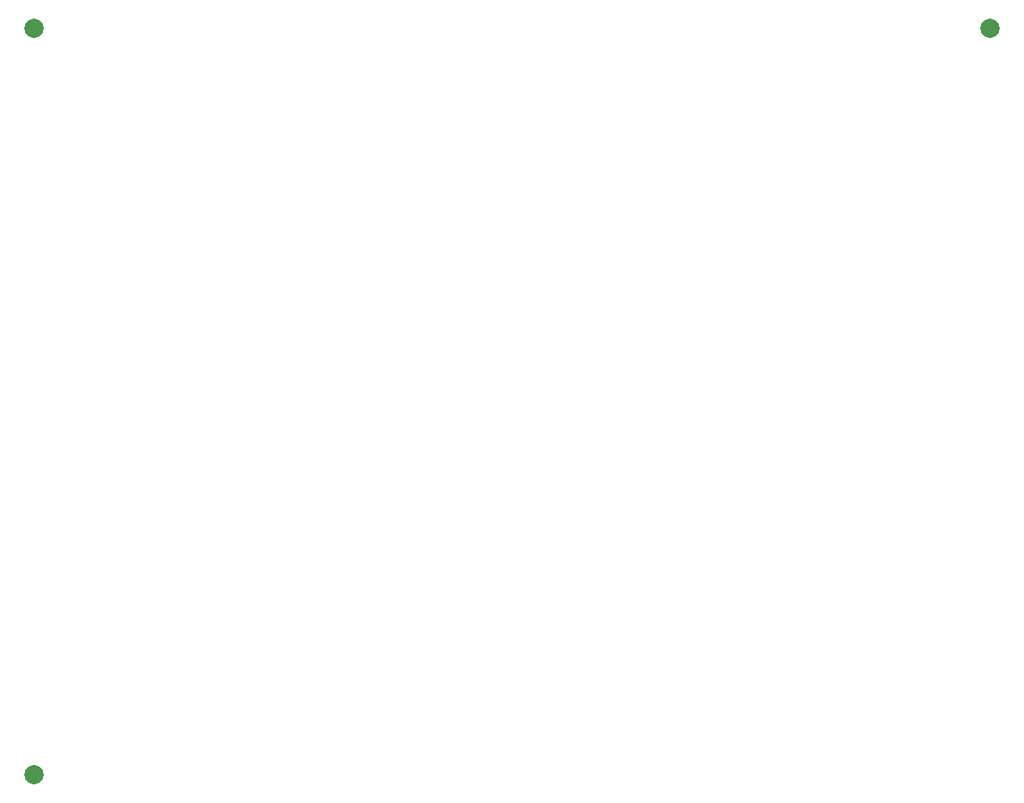
<source format=gbr>
%TF.GenerationSoftware,KiCad,Pcbnew,(6.0.7)*%
%TF.CreationDate,2022-09-17T18:54:00+02:00*%
%TF.ProjectId,panel,70616e65-6c2e-46b6-9963-61645f706362,rev1.0*%
%TF.SameCoordinates,Original*%
%TF.FileFunction,Paste,Bot*%
%TF.FilePolarity,Positive*%
%FSLAX46Y46*%
G04 Gerber Fmt 4.6, Leading zero omitted, Abs format (unit mm)*
G04 Created by KiCad (PCBNEW (6.0.7)) date 2022-09-17 18:54:00*
%MOMM*%
%LPD*%
G01*
G04 APERTURE LIST*
%ADD10C,2.000000*%
G04 APERTURE END LIST*
D10*
%TO.C,REF\u002A\u002A*%
X117400000Y-17500000D03*
%TD*%
%TO.C,REF\u002A\u002A*%
X17500000Y-17500000D03*
%TD*%
%TO.C,REF\u002A\u002A*%
X17500000Y-95540000D03*
%TD*%
M02*

</source>
